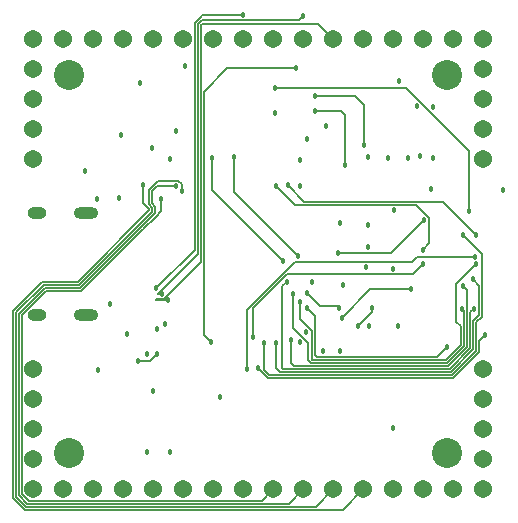
<source format=gbr>
%TF.GenerationSoftware,KiCad,Pcbnew,8.0.6-8.0.6-0~ubuntu24.04.1*%
%TF.CreationDate,2024-10-23T10:12:53-04:00*%
%TF.ProjectId,ta-expt-v2,74612d65-7870-4742-9d76-322e6b696361,rev?*%
%TF.SameCoordinates,Original*%
%TF.FileFunction,Copper,L4,Bot*%
%TF.FilePolarity,Positive*%
%FSLAX46Y46*%
G04 Gerber Fmt 4.6, Leading zero omitted, Abs format (unit mm)*
G04 Created by KiCad (PCBNEW 8.0.6-8.0.6-0~ubuntu24.04.1) date 2024-10-23 10:12:53*
%MOMM*%
%LPD*%
G01*
G04 APERTURE LIST*
%TA.AperFunction,ComponentPad*%
%ADD10O,2.100000X1.000000*%
%TD*%
%TA.AperFunction,ComponentPad*%
%ADD11O,1.600000X1.000000*%
%TD*%
%TA.AperFunction,ComponentPad*%
%ADD12C,1.540000*%
%TD*%
%TA.AperFunction,ComponentPad*%
%ADD13C,2.540000*%
%TD*%
%TA.AperFunction,ViaPad*%
%ADD14C,0.457200*%
%TD*%
%TA.AperFunction,Conductor*%
%ADD15C,0.127000*%
%TD*%
G04 APERTURE END LIST*
D10*
%TO.P,J3,S1,SHIELD*%
%TO.N,unconnected-(J3-SHIELD-PadS1)*%
X140390000Y-103680000D03*
D11*
X136210000Y-103680000D03*
D10*
X140390000Y-112320000D03*
D11*
X136210000Y-112320000D03*
%TD*%
D12*
%TO.P,J7,1,Pin_1*%
%TO.N,VDD*%
X135950000Y-116890000D03*
%TO.P,J7,2,Pin_2*%
%TO.N,GND*%
X135950000Y-119430000D03*
%TO.P,J7,3,Pin_3*%
%TO.N,/SWDIO*%
X135950000Y-121970000D03*
%TO.P,J7,4,Pin_4*%
%TO.N,/SWCLK*%
X135950000Y-124510000D03*
%TD*%
%TO.P,J8,1,Pin_1*%
%TO.N,unconnected-(J8-Pin_1-Pad1)*%
X135950000Y-127050000D03*
%TO.P,J8,2,Pin_2*%
%TO.N,unconnected-(J8-Pin_2-Pad2)*%
X138490000Y-127050000D03*
%TO.P,J8,3,Pin_3*%
%TO.N,unconnected-(J8-Pin_3-Pad3)*%
X141030000Y-127050000D03*
%TO.P,J8,4,Pin_4*%
%TO.N,unconnected-(J8-Pin_4-Pad4)*%
X143570000Y-127050000D03*
%TO.P,J8,5,Pin_5*%
%TO.N,unconnected-(J8-Pin_5-Pad5)*%
X146110000Y-127050000D03*
%TO.P,J8,6,Pin_6*%
%TO.N,unconnected-(J8-Pin_6-Pad6)*%
X148650000Y-127050000D03*
%TO.P,J8,7,Pin_7*%
%TO.N,unconnected-(J8-Pin_7-Pad7)*%
X151190000Y-127050000D03*
%TO.P,J8,8,Pin_8*%
%TO.N,/BOOT0*%
X153730000Y-127050000D03*
%TO.P,J8,9,Pin_9*%
%TO.N,/LPUART_CTS*%
X156270000Y-127050000D03*
%TO.P,J8,10,Pin_10*%
%TO.N,/LPUART_TX*%
X158810000Y-127050000D03*
%TO.P,J8,11,Pin_11*%
%TO.N,/LPUART_RX*%
X161350000Y-127050000D03*
%TO.P,J8,12,Pin_12*%
%TO.N,/LPUART_RTS*%
X163890000Y-127050000D03*
%TO.P,J8,13,Pin_13*%
%TO.N,unconnected-(J8-Pin_13-Pad13)*%
X166430000Y-127050000D03*
%TO.P,J8,14,Pin_14*%
%TO.N,unconnected-(J8-Pin_14-Pad14)*%
X168970000Y-127050000D03*
%TO.P,J8,15,Pin_15*%
%TO.N,unconnected-(J8-Pin_15-Pad15)*%
X171510000Y-127050000D03*
%TO.P,J8,16,Pin_16*%
%TO.N,unconnected-(J8-Pin_16-Pad16)*%
X174050000Y-127050000D03*
%TD*%
%TO.P,J1,2,Pin_2*%
%TO.N,unconnected-(J1-Pin_2-Pad2)*%
X174050000Y-124510000D03*
%TO.P,J1,3,Pin_3*%
%TO.N,GND*%
X174050000Y-121970000D03*
%TO.P,J1,4,Pin_4*%
%TO.N,unconnected-(J1-Pin_4-Pad4)*%
X174050000Y-119430000D03*
%TO.P,J1,5,Pin_5*%
%TO.N,unconnected-(J1-Pin_5-Pad5)*%
X174050000Y-116890000D03*
%TD*%
%TO.P,J2,1,Pin_1*%
%TO.N,unconnected-(J2-Pin_1-Pad1)*%
X135950000Y-99110000D03*
%TO.P,J2,2,Pin_2*%
%TO.N,GND*%
X135950000Y-96570000D03*
%TO.P,J2,3,Pin_3*%
%TO.N,unconnected-(J2-Pin_3-Pad3)*%
X135950000Y-94030000D03*
%TO.P,J2,4,Pin_4*%
%TO.N,unconnected-(J2-Pin_4-Pad4)*%
X135950000Y-91490000D03*
%TD*%
D13*
%TO.P,J6,1,Pin_1*%
%TO.N,GND*%
X139000000Y-92000000D03*
%TO.P,J6,2,Pin_2*%
X171000000Y-92000000D03*
%TO.P,J6,3,Pin_3*%
X139000000Y-124000000D03*
%TO.P,J6,4,Pin_4*%
X171000000Y-124000000D03*
%TD*%
D12*
%TO.P,J4,2,Pin_2*%
%TO.N,unconnected-(J4-Pin_2-Pad2)*%
X174050000Y-99110000D03*
%TO.P,J4,3,Pin_3*%
%TO.N,unconnected-(J4-Pin_3-Pad3)*%
X174050000Y-96570000D03*
%TO.P,J4,4,Pin_4*%
%TO.N,unconnected-(J4-Pin_4-Pad4)*%
X174050000Y-94030000D03*
%TO.P,J4,5,Pin_5*%
%TO.N,unconnected-(J4-Pin_5-Pad5)*%
X174050000Y-91490000D03*
%TD*%
%TO.P,J9,1,Pin_1*%
%TO.N,unconnected-(J9-Pin_1-Pad1)*%
X135950000Y-88950000D03*
%TO.P,J9,2,Pin_2*%
%TO.N,unconnected-(J9-Pin_2-Pad2)*%
X138490000Y-88950000D03*
%TO.P,J9,3,Pin_3*%
%TO.N,GND*%
X141030000Y-88950000D03*
%TO.P,J9,4,Pin_4*%
%TO.N,unconnected-(J9-Pin_4-Pad4)*%
X143570000Y-88950000D03*
%TO.P,J9,5,Pin_5*%
%TO.N,unconnected-(J9-Pin_5-Pad5)*%
X146110000Y-88950000D03*
%TO.P,J9,6,Pin_6*%
%TO.N,unconnected-(J9-Pin_6-Pad6)*%
X148650000Y-88950000D03*
%TO.P,J9,7,Pin_7*%
%TO.N,/NRST*%
X151190000Y-88950000D03*
%TO.P,J9,8,Pin_8*%
%TO.N,/USART1_CK*%
X153730000Y-88950000D03*
%TO.P,J9,9,Pin_9*%
%TO.N,/USART1_CTS*%
X156270000Y-88950000D03*
%TO.P,J9,10,Pin_10*%
%TO.N,/USART1_TX*%
X158810000Y-88950000D03*
%TO.P,J9,11,Pin_11*%
%TO.N,/USART1_RX*%
X161350000Y-88950000D03*
%TO.P,J9,12,Pin_12*%
%TO.N,/USART1_RTS*%
X163890000Y-88950000D03*
%TO.P,J9,13,Pin_13*%
%TO.N,unconnected-(J9-Pin_13-Pad13)*%
X166430000Y-88950000D03*
%TO.P,J9,14,Pin_14*%
%TO.N,unconnected-(J9-Pin_14-Pad14)*%
X168970000Y-88950000D03*
%TO.P,J9,15,Pin_15*%
%TO.N,unconnected-(J9-Pin_15-Pad15)*%
X171510000Y-88950000D03*
%TO.P,J9,16,Pin_16*%
%TO.N,unconnected-(J9-Pin_16-Pad16)*%
X174050000Y-88950000D03*
%TD*%
D14*
%TO.N,GND*%
X143200000Y-102400000D03*
X169800000Y-98950000D03*
X146100000Y-118700000D03*
X164400000Y-113200000D03*
X175700000Y-101700000D03*
X166450000Y-103400000D03*
X165950000Y-98950000D03*
X142400000Y-111350000D03*
X166400000Y-121850000D03*
X167700000Y-98950000D03*
X140350000Y-100100000D03*
X164300000Y-98900000D03*
X147500000Y-99100000D03*
X166850000Y-113200000D03*
X143350000Y-97000000D03*
X158500000Y-114600000D03*
X161900000Y-104500000D03*
X159500000Y-109500000D03*
X148000000Y-96700000D03*
X161900000Y-115300000D03*
X158500000Y-101350000D03*
X166400000Y-108400000D03*
X146400000Y-113500000D03*
X164250000Y-106500000D03*
X160700000Y-96300000D03*
X151750000Y-119250000D03*
X147500000Y-123900000D03*
X144950000Y-92650000D03*
X145600000Y-123900000D03*
X169800000Y-94650000D03*
X143900000Y-113900000D03*
X164100000Y-108200000D03*
X159100000Y-97400000D03*
X148800000Y-91200000D03*
X141350000Y-102500000D03*
X164250000Y-104700000D03*
%TO.N,/VDD_FILT*%
X160500000Y-115300000D03*
X158500000Y-99150000D03*
X156400000Y-95200000D03*
X169600000Y-101650000D03*
X166900000Y-92500000D03*
X145950000Y-98100000D03*
X141450000Y-116900000D03*
X168400000Y-94600000D03*
X147050000Y-113000000D03*
X159000000Y-113750000D03*
X162150000Y-109750000D03*
X168650000Y-98850000D03*
X145600000Y-115600000D03*
%TO.N,Net-(IC3-PC15-OSC32_OUT)*%
X163400000Y-113200000D03*
X164600000Y-111650000D03*
%TO.N,/NRST*%
X158350000Y-107300000D03*
X152900000Y-98900000D03*
%TO.N,/LDO_OUT*%
X161850000Y-111700000D03*
X151050000Y-98950000D03*
X159150000Y-110400000D03*
X157075000Y-107725000D03*
%TO.N,/USART1_RX*%
X147350000Y-111000000D03*
%TO.N,/I2C3_SDA*%
X173350000Y-107400000D03*
X154000000Y-116850000D03*
%TO.N,/DCMI_VSYNC*%
X155500000Y-114650000D03*
X172350000Y-105500000D03*
%TO.N,/QUADSPI_BK2_IO2*%
X162330500Y-99569500D03*
X159800000Y-95050000D03*
%TO.N,/DCMI_D5*%
X155000000Y-116800000D03*
X174200000Y-114000000D03*
%TO.N,/LPUART_TX*%
X148000000Y-101350000D03*
%TO.N,/DCMI_D8*%
X158500000Y-111150000D03*
X173450000Y-108000000D03*
%TO.N,/LPUART_CTS*%
X146750000Y-102500000D03*
%TO.N,/USART1_TX*%
X146800000Y-110500000D03*
X158800000Y-87000000D03*
%TO.N,/DCMI_D7*%
X157750000Y-114400000D03*
X172300000Y-109800000D03*
%TO.N,/I2C3_SCL*%
X161750000Y-107000000D03*
X169000000Y-104250000D03*
%TO.N,/LPUART_RX*%
X148500000Y-101800000D03*
%TO.N,/Control*%
X172850000Y-103500000D03*
X167900000Y-110100000D03*
X162050000Y-112500000D03*
X156400000Y-93050000D03*
%TO.N,/SWCLK*%
X144800000Y-116150000D03*
X146400000Y-115600000D03*
%TO.N,/DCMI_D9*%
X154550000Y-114150000D03*
X168950000Y-108000000D03*
%TO.N,/USART1_CK*%
X146350000Y-110000000D03*
X153700000Y-86900000D03*
%TO.N,/DCMI_D4*%
X170950000Y-114950000D03*
X159100000Y-111650000D03*
%TO.N,/LPUART_RTS*%
X145250000Y-101300000D03*
%TO.N,/DCMI_PIXCLK*%
X168900000Y-106750000D03*
X156500000Y-101350000D03*
%TO.N,/DCMI_HSYNC*%
X157500000Y-101300000D03*
X173400000Y-105500000D03*
%TO.N,/DCMI_D2*%
X157400000Y-109450000D03*
X173250000Y-111750000D03*
%TO.N,/QUADSPI_BK2_IO1*%
X163950000Y-97850000D03*
X159800000Y-93750000D03*
%TO.N,/DCMI_D6*%
X156500000Y-114650000D03*
X173150000Y-109250000D03*
%TO.N,/DCMI_D3*%
X157900000Y-110500000D03*
X172200000Y-111750000D03*
%TO.N,/QUADSPI_BK2_NCS*%
X151000000Y-114600000D03*
X158200000Y-91400000D03*
%TD*%
D15*
%TO.N,Net-(IC3-PC15-OSC32_OUT)*%
X163400000Y-113200000D02*
X164600000Y-112000000D01*
X164600000Y-112000000D02*
X164600000Y-111650000D01*
%TO.N,/NRST*%
X152900000Y-98900000D02*
X152900000Y-101850000D01*
X152900000Y-101850000D02*
X158350000Y-107300000D01*
%TO.N,/LDO_OUT*%
X161650000Y-111500000D02*
X161800000Y-111650000D01*
X160250000Y-111500000D02*
X161650000Y-111500000D01*
X161800000Y-111650000D02*
X161850000Y-111700000D01*
X159150000Y-110400000D02*
X160250000Y-111500000D01*
X151050000Y-101700000D02*
X157075000Y-107725000D01*
X157075000Y-107725000D02*
X157100000Y-107750000D01*
X151050000Y-98950000D02*
X151050000Y-101700000D01*
%TO.N,/USART1_RX*%
X160009210Y-87609210D02*
X161350000Y-88950000D01*
X147350000Y-111000000D02*
X146367828Y-111000000D01*
X150118500Y-107804462D02*
X150118500Y-87749920D01*
X150259210Y-87609210D02*
X160009210Y-87609210D01*
X146982462Y-110940500D02*
X150118500Y-107804462D01*
X146308328Y-110940500D02*
X146982462Y-110940500D01*
X150118500Y-87749920D02*
X150259210Y-87609210D01*
X146367828Y-111000000D02*
X146308328Y-110940500D01*
%TO.N,/I2C3_SDA*%
X154000000Y-111867828D02*
X155383914Y-110483914D01*
X155383914Y-110483914D02*
X158108328Y-107759500D01*
X158108328Y-107759500D02*
X168040500Y-107759500D01*
X154000000Y-116850000D02*
X154000000Y-111867828D01*
X168040500Y-107759500D02*
X168400000Y-107400000D01*
X168400000Y-107400000D02*
X173350000Y-107400000D01*
%TO.N,/DCMI_VSYNC*%
X155905210Y-117346000D02*
X171394790Y-117346000D01*
X171394790Y-117346000D02*
X173446000Y-115294790D01*
X173446000Y-115294790D02*
X173446000Y-114550000D01*
X173944500Y-112414710D02*
X173944500Y-107094500D01*
X155500000Y-114650000D02*
X155500000Y-116940790D01*
X155500000Y-116940790D02*
X155905210Y-117346000D01*
X173446000Y-114550000D02*
X173446000Y-112913210D01*
X173944500Y-107094500D02*
X172350000Y-105500000D01*
X173446000Y-112913210D02*
X173944500Y-112414710D01*
%TO.N,/QUADSPI_BK2_IO2*%
X162330500Y-99569500D02*
X162330500Y-95380500D01*
X162000000Y-95050000D02*
X159800000Y-95050000D01*
X162330500Y-95380500D02*
X162000000Y-95050000D01*
%TO.N,/DCMI_D5*%
X171500000Y-117600000D02*
X173700000Y-115400000D01*
X155800000Y-117600000D02*
X171500000Y-117600000D01*
X155000000Y-116800000D02*
X155800000Y-117600000D01*
X173700000Y-114500000D02*
X174200000Y-114000000D01*
X173700000Y-115400000D02*
X173700000Y-114500000D01*
%TO.N,/LPUART_TX*%
X146250000Y-103104000D02*
X146250000Y-103640790D01*
X134735500Y-112158776D02*
X134735500Y-127553063D01*
X139920395Y-109970395D02*
X136923881Y-109970395D01*
X145959500Y-102813500D02*
X146250000Y-103104000D01*
X157595500Y-128264500D02*
X158810000Y-127050000D01*
X146427038Y-101350000D02*
X145959500Y-101817538D01*
X134735500Y-127553063D02*
X135446937Y-128264500D01*
X135446937Y-128264500D02*
X157595500Y-128264500D01*
X146250000Y-103640790D02*
X139920395Y-109970395D01*
X148000000Y-101350000D02*
X146427038Y-101350000D01*
X136923881Y-109970395D02*
X134735500Y-112158776D01*
X145959500Y-101817538D02*
X145959500Y-102813500D01*
%TO.N,/DCMI_D8*%
X172147975Y-113238235D02*
X171759500Y-112849760D01*
X172147975Y-114796765D02*
X172147975Y-113238235D01*
X159529605Y-116020395D02*
X159559210Y-116050000D01*
X159529605Y-113656643D02*
X159529605Y-116020395D01*
X159559210Y-116050000D02*
X170894740Y-116050000D01*
X171759500Y-112849760D02*
X171759500Y-109690500D01*
X170894740Y-116050000D02*
X172147975Y-114796765D01*
X158500000Y-111150000D02*
X158500000Y-112627038D01*
X158500000Y-112627038D02*
X159529605Y-113656643D01*
X171759500Y-109690500D02*
X173450000Y-108000000D01*
%TO.N,/LPUART_CTS*%
X139998500Y-110251500D02*
X137001986Y-110251500D01*
X134989500Y-117789500D02*
X135000000Y-117800000D01*
X134989500Y-117789500D02*
X134989500Y-127447853D01*
X155320000Y-128000000D02*
X156270000Y-127050000D01*
X145250000Y-105000000D02*
X139998500Y-110251500D01*
X135552147Y-128010500D02*
X154989500Y-128010500D01*
X154989500Y-128010500D02*
X155000000Y-128000000D01*
X134989500Y-127447853D02*
X135552147Y-128010500D01*
X134989500Y-112263986D02*
X134989500Y-117789500D01*
X146750000Y-102500000D02*
X146750000Y-103500000D01*
X137001986Y-110251500D02*
X134989500Y-112263986D01*
X146300000Y-103950000D02*
X145250000Y-105000000D01*
X155000000Y-128000000D02*
X155320000Y-128000000D01*
X146750000Y-103500000D02*
X146300000Y-103950000D01*
%TO.N,/USART1_TX*%
X150190500Y-87340500D02*
X150179605Y-87329605D01*
X157540500Y-87340500D02*
X150190500Y-87340500D01*
X149864500Y-107108462D02*
X146472962Y-110500000D01*
X149864500Y-87644710D02*
X149864500Y-107108462D01*
X158459500Y-87340500D02*
X158800000Y-87000000D01*
X146472962Y-110500000D02*
X146800000Y-110500000D01*
X150179605Y-87329605D02*
X149864500Y-87644710D01*
X157540500Y-87340500D02*
X158459500Y-87340500D01*
%TO.N,/DCMI_D7*%
X157750000Y-114400000D02*
X157750000Y-116350000D01*
X172684000Y-114750000D02*
X172684000Y-110184000D01*
X172684000Y-114979160D02*
X172684000Y-114750000D01*
X157750000Y-116350000D02*
X157984000Y-116584000D01*
X157984000Y-116584000D02*
X171079160Y-116584000D01*
X172300000Y-109800000D02*
X172350000Y-109850000D01*
X171079160Y-116584000D02*
X172684000Y-114979160D01*
X172684000Y-110184000D02*
X172300000Y-109800000D01*
%TO.N,/I2C3_SCL*%
X161750000Y-107000000D02*
X166250000Y-107000000D01*
X166250000Y-107000000D02*
X169000000Y-104250000D01*
%TO.N,/LPUART_RX*%
X145996000Y-103535580D02*
X139815185Y-109716395D01*
X146517828Y-100900000D02*
X145705500Y-101712328D01*
X139815185Y-109716395D02*
X136818671Y-109716395D01*
X145996000Y-103209210D02*
X145996000Y-103535580D01*
X148500000Y-101227038D02*
X148172962Y-100900000D01*
X159881500Y-128518500D02*
X161350000Y-127050000D01*
X135341727Y-128518500D02*
X159881500Y-128518500D01*
X134481500Y-112053566D02*
X134481500Y-127658273D01*
X148500000Y-101800000D02*
X148500000Y-101227038D01*
X145705500Y-102918710D02*
X145996000Y-103209210D01*
X134481500Y-127658273D02*
X135341727Y-128518500D01*
X136818671Y-109716395D02*
X134481500Y-112053566D01*
X145705500Y-101712328D02*
X145705500Y-102918710D01*
X148172962Y-100900000D02*
X146517828Y-100900000D01*
%TO.N,/Control*%
X156400000Y-93050000D02*
X167500000Y-93050000D01*
X172850000Y-98400000D02*
X172850000Y-103500000D01*
X167500000Y-93050000D02*
X172850000Y-98400000D01*
X167900000Y-110100000D02*
X164450000Y-110100000D01*
X164450000Y-110100000D02*
X162050000Y-112500000D01*
%TO.N,/SWCLK*%
X145850000Y-116150000D02*
X146400000Y-115600000D01*
X144800000Y-116150000D02*
X145850000Y-116150000D01*
%TO.N,/DCMI_D9*%
X168950000Y-108000000D02*
X168109500Y-108840500D01*
X168109500Y-108840500D02*
X157386538Y-108840500D01*
X157386538Y-108840500D02*
X154550000Y-111677038D01*
X154550000Y-111677038D02*
X154550000Y-114150000D01*
%TO.N,/USART1_CK*%
X149610500Y-87539500D02*
X150100000Y-87050000D01*
X149610500Y-106739500D02*
X149610500Y-88460500D01*
X150100000Y-87050000D02*
X150250000Y-86900000D01*
X149610500Y-88460500D02*
X149610500Y-87539500D01*
X146350000Y-110000000D02*
X149610500Y-106739500D01*
X150250000Y-86900000D02*
X153700000Y-86900000D01*
%TO.N,/DCMI_D4*%
X159946000Y-115796000D02*
X167704000Y-115796000D01*
X159100000Y-111650000D02*
X159800000Y-112350000D01*
X167704000Y-115796000D02*
X170104000Y-115796000D01*
X159800000Y-115650000D02*
X159946000Y-115796000D01*
X170104000Y-115796000D02*
X170950000Y-114950000D01*
X159800000Y-112350000D02*
X159800000Y-115650000D01*
%TO.N,/LPUART_RTS*%
X145742000Y-103314420D02*
X145250000Y-102822420D01*
X145250000Y-102822420D02*
X145250000Y-101300000D01*
X135236517Y-128772500D02*
X162167500Y-128772500D01*
X136714671Y-109461185D02*
X139711185Y-109461185D01*
X162167500Y-128772500D02*
X163890000Y-127050000D01*
X134227500Y-127763483D02*
X134227500Y-111948356D01*
X135132008Y-128667992D02*
X135236517Y-128772500D01*
X135132008Y-128667992D02*
X134227500Y-127763483D01*
X134227500Y-111948356D02*
X136714671Y-109461185D01*
X139711185Y-109461185D02*
X145742000Y-103430370D01*
X145742000Y-103430370D02*
X145742000Y-103314420D01*
X135132009Y-128667992D02*
X135132008Y-128667992D01*
%TO.N,/DCMI_PIXCLK*%
X168332462Y-102959500D02*
X169440500Y-104067538D01*
X169440500Y-104067538D02*
X169440500Y-106209500D01*
X169440500Y-106209500D02*
X168900000Y-106750000D01*
X156500000Y-101350000D02*
X158109500Y-102959500D01*
X158109500Y-102959500D02*
X168332462Y-102959500D01*
%TO.N,/DCMI_HSYNC*%
X157500000Y-101300000D02*
X158900000Y-102700000D01*
X166750000Y-102700000D02*
X170600000Y-102700000D01*
X158900000Y-102700000D02*
X166750000Y-102700000D01*
X170600000Y-102700000D02*
X173400000Y-105500000D01*
%TO.N,/DCMI_D2*%
X157055210Y-116838000D02*
X171184370Y-116838000D01*
X172938000Y-112062000D02*
X173250000Y-111750000D01*
X157000000Y-116782790D02*
X157055210Y-116838000D01*
X172938000Y-114700000D02*
X172938000Y-112062000D01*
X172938000Y-115084370D02*
X172938000Y-114700000D01*
X157000000Y-109850000D02*
X157000000Y-116782790D01*
X171184370Y-116838000D02*
X172938000Y-115084370D01*
X157400000Y-109450000D02*
X157000000Y-109850000D01*
%TO.N,/QUADSPI_BK2_IO1*%
X163200000Y-93750000D02*
X159800000Y-93750000D01*
X163950000Y-97850000D02*
X163950000Y-94500000D01*
X163950000Y-94500000D02*
X163200000Y-93750000D01*
%TO.N,/DCMI_D6*%
X156500000Y-116750000D02*
X156842000Y-117092000D01*
X173690500Y-109790500D02*
X173150000Y-109250000D01*
X173192000Y-112808000D02*
X173690500Y-112309500D01*
X156500000Y-114650000D02*
X156500000Y-116750000D01*
X156950000Y-117092000D02*
X171289580Y-117092000D01*
X156842000Y-117092000D02*
X156950000Y-117092000D01*
X171289580Y-117092000D02*
X173192000Y-115189580D01*
X173192000Y-114650000D02*
X173192000Y-112808000D01*
X173690500Y-112309500D02*
X173690500Y-109790500D01*
X173192000Y-115189580D02*
X173192000Y-114650000D01*
%TO.N,/DCMI_D3*%
X159200000Y-114677038D02*
X159200000Y-116050000D01*
X172430000Y-111980000D02*
X172200000Y-111750000D01*
X159200000Y-116050000D02*
X159480000Y-116330000D01*
X170973950Y-116330000D02*
X172401975Y-114901975D01*
X159480000Y-116330000D02*
X170973950Y-116330000D01*
X172430000Y-114873950D02*
X172430000Y-114750000D01*
X157900000Y-110500000D02*
X157900000Y-113377038D01*
X172430000Y-114750000D02*
X172430000Y-111980000D01*
X157900000Y-113377038D02*
X159200000Y-114677038D01*
X172401975Y-114901975D02*
X172430000Y-114873950D01*
%TO.N,/QUADSPI_BK2_NCS*%
X152345000Y-91400000D02*
X158200000Y-91400000D01*
X150372500Y-93372500D02*
X152345000Y-91400000D01*
X150372500Y-113972500D02*
X150372500Y-93372500D01*
X151000000Y-114600000D02*
X150372500Y-113972500D01*
%TD*%
M02*

</source>
